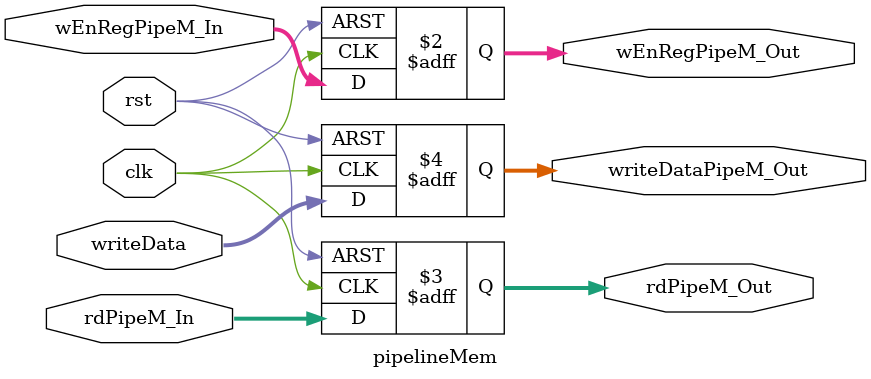
<source format=sv>
module pipelineMem(input clk, rst, 
                    input logic [1:0] wEnRegPipeM_In,
                    input logic [3:0] rdPipeM_In,
                    input logic [63:0] writeData,
                    output logic [1:0] wEnRegPipeM_Out,
                    output logic [3:0] rdPipeM_Out,
                    output logic [63:0] writeDataPipeM_Out);

        always_ff @(posedge clk or posedge rst)
        if (rst) begin
            wEnRegPipeM_Out <= 2'h0;
            rdPipeM_Out <= 4'h0;
            writeDataPipeM_Out <= 64'h0;
        end

        else begin

            wEnRegPipeM_Out <= wEnRegPipeM_In;
            rdPipeM_Out <= rdPipeM_In;
            writeDataPipeM_Out <= writeData;

            
        end




endmodule
</source>
